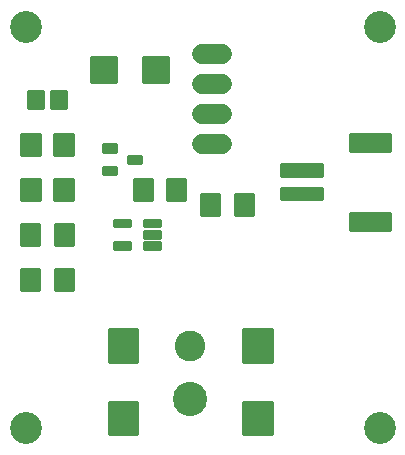
<source format=gbr>
G04 EAGLE Gerber RS-274X export*
G75*
%MOMM*%
%FSLAX34Y34*%
%LPD*%
%INSoldermask Top*%
%IPPOS*%
%AMOC8*
5,1,8,0,0,1.08239X$1,22.5*%
G01*
%ADD10C,2.700000*%
%ADD11C,0.414000*%
%ADD12C,0.390000*%
%ADD13C,0.399500*%
%ADD14C,0.400000*%
%ADD15C,0.396000*%
%ADD16C,0.391000*%
%ADD17C,2.900000*%
%ADD18C,2.600000*%
%ADD19C,1.724000*%


D10*
X30000Y370000D03*
X330000Y370000D03*
X330000Y30000D03*
X30000Y30000D03*
D11*
X27170Y224320D02*
X41030Y224320D01*
X27170Y224320D02*
X27170Y240180D01*
X41030Y240180D01*
X41030Y224320D01*
X41030Y228253D02*
X27170Y228253D01*
X27170Y232186D02*
X41030Y232186D01*
X41030Y236119D02*
X27170Y236119D01*
X27170Y240052D02*
X41030Y240052D01*
X55170Y224320D02*
X69030Y224320D01*
X55170Y224320D02*
X55170Y240180D01*
X69030Y240180D01*
X69030Y224320D01*
X69030Y228253D02*
X55170Y228253D01*
X55170Y232186D02*
X69030Y232186D01*
X69030Y236119D02*
X55170Y236119D01*
X55170Y240052D02*
X69030Y240052D01*
X69030Y278280D02*
X55170Y278280D01*
X69030Y278280D02*
X69030Y262420D01*
X55170Y262420D01*
X55170Y278280D01*
X55170Y266353D02*
X69030Y266353D01*
X69030Y270286D02*
X55170Y270286D01*
X55170Y274219D02*
X69030Y274219D01*
X69030Y278152D02*
X55170Y278152D01*
X41030Y278280D02*
X27170Y278280D01*
X41030Y278280D02*
X41030Y262420D01*
X27170Y262420D01*
X27170Y278280D01*
X27170Y266353D02*
X41030Y266353D01*
X41030Y270286D02*
X27170Y270286D01*
X27170Y274219D02*
X41030Y274219D01*
X41030Y278152D02*
X27170Y278152D01*
D12*
X52050Y315000D02*
X63150Y315000D01*
X63150Y301900D01*
X52050Y301900D01*
X52050Y315000D01*
X52050Y305605D02*
X63150Y305605D01*
X63150Y309310D02*
X52050Y309310D01*
X52050Y313015D02*
X63150Y313015D01*
X44150Y315000D02*
X33050Y315000D01*
X44150Y315000D02*
X44150Y301900D01*
X33050Y301900D01*
X33050Y315000D01*
X33050Y305605D02*
X44150Y305605D01*
X44150Y309310D02*
X33050Y309310D01*
X33050Y313015D02*
X44150Y313015D01*
D13*
X85947Y324097D02*
X105953Y324097D01*
X85947Y324097D02*
X85947Y343603D01*
X105953Y343603D01*
X105953Y324097D01*
X105953Y327892D02*
X85947Y327892D01*
X85947Y331687D02*
X105953Y331687D01*
X105953Y335482D02*
X85947Y335482D01*
X85947Y339277D02*
X105953Y339277D01*
X105953Y343072D02*
X85947Y343072D01*
X129947Y324097D02*
X149953Y324097D01*
X129947Y324097D02*
X129947Y343603D01*
X149953Y343603D01*
X149953Y324097D01*
X149953Y327892D02*
X129947Y327892D01*
X129947Y331687D02*
X149953Y331687D01*
X149953Y335482D02*
X129947Y335482D01*
X129947Y339277D02*
X149953Y339277D01*
X149953Y343072D02*
X129947Y343072D01*
D14*
X130800Y186650D02*
X142800Y186650D01*
X142800Y182650D01*
X130800Y182650D01*
X130800Y186650D01*
X130800Y186450D02*
X142800Y186450D01*
X142800Y196150D02*
X130800Y196150D01*
X142800Y196150D02*
X142800Y192150D01*
X130800Y192150D01*
X130800Y196150D01*
X130800Y195950D02*
X142800Y195950D01*
X142800Y205650D02*
X130800Y205650D01*
X142800Y205650D02*
X142800Y201650D01*
X130800Y201650D01*
X130800Y205650D01*
X130800Y205450D02*
X142800Y205450D01*
X117800Y205650D02*
X105800Y205650D01*
X117800Y205650D02*
X117800Y201650D01*
X105800Y201650D01*
X105800Y205650D01*
X105800Y205450D02*
X117800Y205450D01*
X117800Y186650D02*
X105800Y186650D01*
X117800Y186650D02*
X117800Y182650D01*
X105800Y182650D01*
X105800Y186650D01*
X105800Y186450D02*
X117800Y186450D01*
D13*
X105603Y264997D02*
X96597Y264997D01*
X96597Y269503D01*
X105603Y269503D01*
X105603Y264997D01*
X105603Y268792D02*
X96597Y268792D01*
X96597Y245797D02*
X105603Y245797D01*
X96597Y245797D02*
X96597Y250303D01*
X105603Y250303D01*
X105603Y245797D01*
X105603Y249592D02*
X96597Y249592D01*
X117597Y255397D02*
X126603Y255397D01*
X117597Y255397D02*
X117597Y259903D01*
X126603Y259903D01*
X126603Y255397D01*
X126603Y259192D02*
X117597Y259192D01*
D15*
X247480Y252620D02*
X247480Y244580D01*
X247480Y252620D02*
X280520Y252620D01*
X280520Y244580D01*
X247480Y244580D01*
X247480Y248342D02*
X280520Y248342D01*
X280520Y252104D02*
X247480Y252104D01*
X247480Y232620D02*
X247480Y224580D01*
X247480Y232620D02*
X280520Y232620D01*
X280520Y224580D01*
X247480Y224580D01*
X247480Y228342D02*
X280520Y228342D01*
X280520Y232104D02*
X247480Y232104D01*
D16*
X305455Y265555D02*
X305455Y278645D01*
X337545Y278645D01*
X337545Y265555D01*
X305455Y265555D01*
X305455Y269269D02*
X337545Y269269D01*
X337545Y272983D02*
X305455Y272983D01*
X305455Y276697D02*
X337545Y276697D01*
X305455Y211645D02*
X305455Y198555D01*
X305455Y211645D02*
X337545Y211645D01*
X337545Y198555D01*
X305455Y198555D01*
X305455Y202269D02*
X337545Y202269D01*
X337545Y205983D02*
X305455Y205983D01*
X305455Y209697D02*
X337545Y209697D01*
D12*
X215250Y51750D02*
X215250Y25650D01*
X215250Y51750D02*
X237350Y51750D01*
X237350Y25650D01*
X215250Y25650D01*
X215250Y29355D02*
X237350Y29355D01*
X237350Y33060D02*
X215250Y33060D01*
X215250Y36765D02*
X237350Y36765D01*
X237350Y40470D02*
X215250Y40470D01*
X215250Y44175D02*
X237350Y44175D01*
X237350Y47880D02*
X215250Y47880D01*
X215250Y51585D02*
X237350Y51585D01*
X215250Y86650D02*
X215250Y112750D01*
X237350Y112750D01*
X237350Y86650D01*
X215250Y86650D01*
X215250Y90355D02*
X237350Y90355D01*
X237350Y94060D02*
X215250Y94060D01*
X215250Y97765D02*
X237350Y97765D01*
X237350Y101470D02*
X215250Y101470D01*
X215250Y105175D02*
X237350Y105175D01*
X237350Y108880D02*
X215250Y108880D01*
X215250Y112585D02*
X237350Y112585D01*
X101250Y112750D02*
X101250Y86650D01*
X101250Y112750D02*
X123350Y112750D01*
X123350Y86650D01*
X101250Y86650D01*
X101250Y90355D02*
X123350Y90355D01*
X123350Y94060D02*
X101250Y94060D01*
X101250Y97765D02*
X123350Y97765D01*
X123350Y101470D02*
X101250Y101470D01*
X101250Y105175D02*
X123350Y105175D01*
X123350Y108880D02*
X101250Y108880D01*
X101250Y112585D02*
X123350Y112585D01*
X101250Y51750D02*
X101250Y25650D01*
X101250Y51750D02*
X123350Y51750D01*
X123350Y25650D01*
X101250Y25650D01*
X101250Y29355D02*
X123350Y29355D01*
X123350Y33060D02*
X101250Y33060D01*
X101250Y36765D02*
X123350Y36765D01*
X123350Y40470D02*
X101250Y40470D01*
X101250Y44175D02*
X123350Y44175D01*
X123350Y47880D02*
X101250Y47880D01*
X101250Y51585D02*
X123350Y51585D01*
D17*
X169300Y54700D03*
D18*
X169300Y99700D03*
D19*
X179418Y270350D02*
X196182Y270350D01*
X196182Y295750D02*
X179418Y295750D01*
X179418Y321150D02*
X196182Y321150D01*
X196182Y346550D02*
X179418Y346550D01*
D11*
X136060Y224305D02*
X122200Y224305D01*
X122200Y240195D01*
X136060Y240195D01*
X136060Y224305D01*
X136060Y228238D02*
X122200Y228238D01*
X122200Y232171D02*
X136060Y232171D01*
X136060Y236104D02*
X122200Y236104D01*
X122200Y240037D02*
X136060Y240037D01*
X150640Y224305D02*
X164500Y224305D01*
X150640Y224305D02*
X150640Y240195D01*
X164500Y240195D01*
X164500Y224305D01*
X164500Y228238D02*
X150640Y228238D01*
X150640Y232171D02*
X164500Y232171D01*
X164500Y236104D02*
X150640Y236104D01*
X150640Y240037D02*
X164500Y240037D01*
X40810Y202095D02*
X26950Y202095D01*
X40810Y202095D02*
X40810Y186205D01*
X26950Y186205D01*
X26950Y202095D01*
X26950Y190138D02*
X40810Y190138D01*
X40810Y194071D02*
X26950Y194071D01*
X26950Y198004D02*
X40810Y198004D01*
X40810Y201937D02*
X26950Y201937D01*
X55390Y202095D02*
X69250Y202095D01*
X69250Y186205D01*
X55390Y186205D01*
X55390Y202095D01*
X55390Y190138D02*
X69250Y190138D01*
X69250Y194071D02*
X55390Y194071D01*
X55390Y198004D02*
X69250Y198004D01*
X69250Y201937D02*
X55390Y201937D01*
X179350Y227495D02*
X193210Y227495D01*
X193210Y211605D01*
X179350Y211605D01*
X179350Y227495D01*
X179350Y215538D02*
X193210Y215538D01*
X193210Y219471D02*
X179350Y219471D01*
X179350Y223404D02*
X193210Y223404D01*
X193210Y227337D02*
X179350Y227337D01*
X207790Y227495D02*
X221650Y227495D01*
X221650Y211605D01*
X207790Y211605D01*
X207790Y227495D01*
X207790Y215538D02*
X221650Y215538D01*
X221650Y219471D02*
X207790Y219471D01*
X207790Y223404D02*
X221650Y223404D01*
X221650Y227337D02*
X207790Y227337D01*
X40810Y163995D02*
X26950Y163995D01*
X40810Y163995D02*
X40810Y148105D01*
X26950Y148105D01*
X26950Y163995D01*
X26950Y152038D02*
X40810Y152038D01*
X40810Y155971D02*
X26950Y155971D01*
X26950Y159904D02*
X40810Y159904D01*
X40810Y163837D02*
X26950Y163837D01*
X55390Y163995D02*
X69250Y163995D01*
X69250Y148105D01*
X55390Y148105D01*
X55390Y163995D01*
X55390Y152038D02*
X69250Y152038D01*
X69250Y155971D02*
X55390Y155971D01*
X55390Y159904D02*
X69250Y159904D01*
X69250Y163837D02*
X55390Y163837D01*
M02*

</source>
